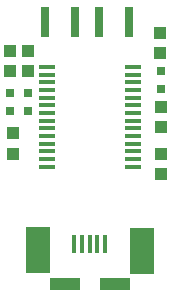
<source format=gbr>
G04 EAGLE Gerber RS-274X export*
G75*
%MOMM*%
%FSLAX34Y34*%
%LPD*%
%INSolderpaste Top*%
%IPPOS*%
%AMOC8*
5,1,8,0,0,1.08239X$1,22.5*%
G01*
%ADD10R,1.000000X1.100000*%
%ADD11R,0.800000X0.800000*%
%ADD12R,0.400000X1.500000*%
%ADD13R,2.000000X4.000000*%
%ADD14R,2.500000X1.000000*%
%ADD15R,1.397000X0.348000*%
%ADD16R,0.800000X2.500000*%


D10*
X27500Y189000D03*
X27500Y206000D03*
X15000Y136000D03*
X15000Y119000D03*
X12500Y189000D03*
X12500Y206000D03*
D11*
X12500Y170000D03*
X12500Y155000D03*
X27500Y155000D03*
X27500Y170000D03*
D12*
X80000Y42500D03*
X73500Y42500D03*
X86500Y42500D03*
X93000Y42500D03*
X67000Y42500D03*
D13*
X36500Y37000D03*
X124500Y36500D03*
D14*
X59500Y8500D03*
X101000Y8500D03*
D10*
X140000Y118500D03*
X140000Y101500D03*
X140000Y141500D03*
X140000Y158500D03*
D15*
X43440Y107750D03*
X43440Y114250D03*
X43440Y120750D03*
X43440Y127250D03*
X43440Y133750D03*
X43440Y140250D03*
X43440Y146750D03*
X43440Y159750D03*
X43440Y153250D03*
X43440Y166250D03*
X43440Y172750D03*
X43440Y179250D03*
X43440Y185750D03*
X43440Y192250D03*
X116560Y107750D03*
X116560Y114250D03*
X116560Y120750D03*
X116560Y127250D03*
X116560Y133750D03*
X116560Y140250D03*
X116560Y146750D03*
X116560Y153250D03*
X116560Y159750D03*
X116560Y166250D03*
X116560Y172750D03*
X116560Y179250D03*
X116560Y185750D03*
X116560Y192250D03*
D16*
X87770Y230500D03*
X67230Y230500D03*
X113008Y230500D03*
X42500Y230500D03*
D10*
X139500Y204000D03*
X139500Y221000D03*
D11*
X140500Y174000D03*
X140500Y189000D03*
M02*

</source>
